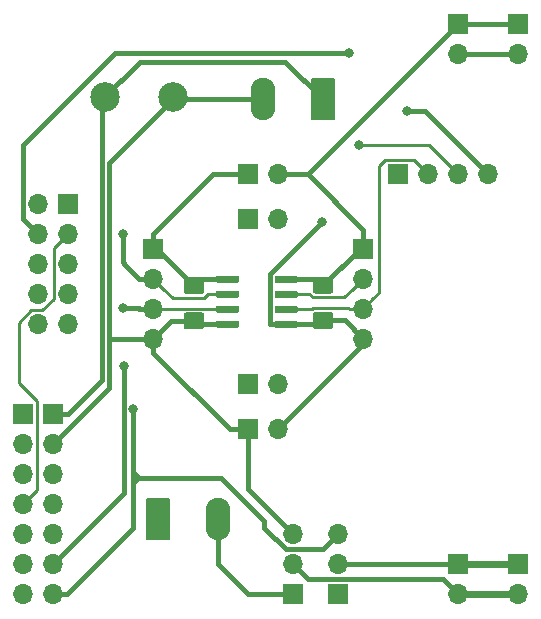
<source format=gbr>
G04 #@! TF.GenerationSoftware,KiCad,Pcbnew,(5.1.4)-1*
G04 #@! TF.CreationDate,2021-05-25T15:00:13+02:00*
G04 #@! TF.ProjectId,BCU_Breadboard_Adapter,4243555f-4272-4656-9164-626f6172645f,V00.01*
G04 #@! TF.SameCoordinates,Original*
G04 #@! TF.FileFunction,Copper,L1,Top*
G04 #@! TF.FilePolarity,Positive*
%FSLAX46Y46*%
G04 Gerber Fmt 4.6, Leading zero omitted, Abs format (unit mm)*
G04 Created by KiCad (PCBNEW (5.1.4)-1) date 2021-05-25 15:00:13*
%MOMM*%
%LPD*%
G04 APERTURE LIST*
%ADD10C,2.500000*%
%ADD11C,0.100000*%
%ADD12C,0.600000*%
%ADD13O,1.700000X1.700000*%
%ADD14R,1.700000X1.700000*%
%ADD15O,2.080000X3.600000*%
%ADD16C,2.080000*%
%ADD17C,1.425000*%
%ADD18C,0.800000*%
%ADD19C,0.400000*%
%ADD20C,0.250000*%
%ADD21C,0.600000*%
G04 APERTURE END LIST*
D10*
X133314440Y-87482680D03*
X127564440Y-87482680D03*
D11*
G36*
X143776703Y-102570722D02*
G01*
X143791264Y-102572882D01*
X143805543Y-102576459D01*
X143819403Y-102581418D01*
X143832710Y-102587712D01*
X143845336Y-102595280D01*
X143857159Y-102604048D01*
X143868066Y-102613934D01*
X143877952Y-102624841D01*
X143886720Y-102636664D01*
X143894288Y-102649290D01*
X143900582Y-102662597D01*
X143905541Y-102676457D01*
X143909118Y-102690736D01*
X143911278Y-102705297D01*
X143912000Y-102720000D01*
X143912000Y-103020000D01*
X143911278Y-103034703D01*
X143909118Y-103049264D01*
X143905541Y-103063543D01*
X143900582Y-103077403D01*
X143894288Y-103090710D01*
X143886720Y-103103336D01*
X143877952Y-103115159D01*
X143868066Y-103126066D01*
X143857159Y-103135952D01*
X143845336Y-103144720D01*
X143832710Y-103152288D01*
X143819403Y-103158582D01*
X143805543Y-103163541D01*
X143791264Y-103167118D01*
X143776703Y-103169278D01*
X143762000Y-103170000D01*
X142112000Y-103170000D01*
X142097297Y-103169278D01*
X142082736Y-103167118D01*
X142068457Y-103163541D01*
X142054597Y-103158582D01*
X142041290Y-103152288D01*
X142028664Y-103144720D01*
X142016841Y-103135952D01*
X142005934Y-103126066D01*
X141996048Y-103115159D01*
X141987280Y-103103336D01*
X141979712Y-103090710D01*
X141973418Y-103077403D01*
X141968459Y-103063543D01*
X141964882Y-103049264D01*
X141962722Y-103034703D01*
X141962000Y-103020000D01*
X141962000Y-102720000D01*
X141962722Y-102705297D01*
X141964882Y-102690736D01*
X141968459Y-102676457D01*
X141973418Y-102662597D01*
X141979712Y-102649290D01*
X141987280Y-102636664D01*
X141996048Y-102624841D01*
X142005934Y-102613934D01*
X142016841Y-102604048D01*
X142028664Y-102595280D01*
X142041290Y-102587712D01*
X142054597Y-102581418D01*
X142068457Y-102576459D01*
X142082736Y-102572882D01*
X142097297Y-102570722D01*
X142112000Y-102570000D01*
X143762000Y-102570000D01*
X143776703Y-102570722D01*
X143776703Y-102570722D01*
G37*
D12*
X142937000Y-102870000D03*
D11*
G36*
X143776703Y-103840722D02*
G01*
X143791264Y-103842882D01*
X143805543Y-103846459D01*
X143819403Y-103851418D01*
X143832710Y-103857712D01*
X143845336Y-103865280D01*
X143857159Y-103874048D01*
X143868066Y-103883934D01*
X143877952Y-103894841D01*
X143886720Y-103906664D01*
X143894288Y-103919290D01*
X143900582Y-103932597D01*
X143905541Y-103946457D01*
X143909118Y-103960736D01*
X143911278Y-103975297D01*
X143912000Y-103990000D01*
X143912000Y-104290000D01*
X143911278Y-104304703D01*
X143909118Y-104319264D01*
X143905541Y-104333543D01*
X143900582Y-104347403D01*
X143894288Y-104360710D01*
X143886720Y-104373336D01*
X143877952Y-104385159D01*
X143868066Y-104396066D01*
X143857159Y-104405952D01*
X143845336Y-104414720D01*
X143832710Y-104422288D01*
X143819403Y-104428582D01*
X143805543Y-104433541D01*
X143791264Y-104437118D01*
X143776703Y-104439278D01*
X143762000Y-104440000D01*
X142112000Y-104440000D01*
X142097297Y-104439278D01*
X142082736Y-104437118D01*
X142068457Y-104433541D01*
X142054597Y-104428582D01*
X142041290Y-104422288D01*
X142028664Y-104414720D01*
X142016841Y-104405952D01*
X142005934Y-104396066D01*
X141996048Y-104385159D01*
X141987280Y-104373336D01*
X141979712Y-104360710D01*
X141973418Y-104347403D01*
X141968459Y-104333543D01*
X141964882Y-104319264D01*
X141962722Y-104304703D01*
X141962000Y-104290000D01*
X141962000Y-103990000D01*
X141962722Y-103975297D01*
X141964882Y-103960736D01*
X141968459Y-103946457D01*
X141973418Y-103932597D01*
X141979712Y-103919290D01*
X141987280Y-103906664D01*
X141996048Y-103894841D01*
X142005934Y-103883934D01*
X142016841Y-103874048D01*
X142028664Y-103865280D01*
X142041290Y-103857712D01*
X142054597Y-103851418D01*
X142068457Y-103846459D01*
X142082736Y-103842882D01*
X142097297Y-103840722D01*
X142112000Y-103840000D01*
X143762000Y-103840000D01*
X143776703Y-103840722D01*
X143776703Y-103840722D01*
G37*
D12*
X142937000Y-104140000D03*
D11*
G36*
X143776703Y-105110722D02*
G01*
X143791264Y-105112882D01*
X143805543Y-105116459D01*
X143819403Y-105121418D01*
X143832710Y-105127712D01*
X143845336Y-105135280D01*
X143857159Y-105144048D01*
X143868066Y-105153934D01*
X143877952Y-105164841D01*
X143886720Y-105176664D01*
X143894288Y-105189290D01*
X143900582Y-105202597D01*
X143905541Y-105216457D01*
X143909118Y-105230736D01*
X143911278Y-105245297D01*
X143912000Y-105260000D01*
X143912000Y-105560000D01*
X143911278Y-105574703D01*
X143909118Y-105589264D01*
X143905541Y-105603543D01*
X143900582Y-105617403D01*
X143894288Y-105630710D01*
X143886720Y-105643336D01*
X143877952Y-105655159D01*
X143868066Y-105666066D01*
X143857159Y-105675952D01*
X143845336Y-105684720D01*
X143832710Y-105692288D01*
X143819403Y-105698582D01*
X143805543Y-105703541D01*
X143791264Y-105707118D01*
X143776703Y-105709278D01*
X143762000Y-105710000D01*
X142112000Y-105710000D01*
X142097297Y-105709278D01*
X142082736Y-105707118D01*
X142068457Y-105703541D01*
X142054597Y-105698582D01*
X142041290Y-105692288D01*
X142028664Y-105684720D01*
X142016841Y-105675952D01*
X142005934Y-105666066D01*
X141996048Y-105655159D01*
X141987280Y-105643336D01*
X141979712Y-105630710D01*
X141973418Y-105617403D01*
X141968459Y-105603543D01*
X141964882Y-105589264D01*
X141962722Y-105574703D01*
X141962000Y-105560000D01*
X141962000Y-105260000D01*
X141962722Y-105245297D01*
X141964882Y-105230736D01*
X141968459Y-105216457D01*
X141973418Y-105202597D01*
X141979712Y-105189290D01*
X141987280Y-105176664D01*
X141996048Y-105164841D01*
X142005934Y-105153934D01*
X142016841Y-105144048D01*
X142028664Y-105135280D01*
X142041290Y-105127712D01*
X142054597Y-105121418D01*
X142068457Y-105116459D01*
X142082736Y-105112882D01*
X142097297Y-105110722D01*
X142112000Y-105110000D01*
X143762000Y-105110000D01*
X143776703Y-105110722D01*
X143776703Y-105110722D01*
G37*
D12*
X142937000Y-105410000D03*
D11*
G36*
X143776703Y-106380722D02*
G01*
X143791264Y-106382882D01*
X143805543Y-106386459D01*
X143819403Y-106391418D01*
X143832710Y-106397712D01*
X143845336Y-106405280D01*
X143857159Y-106414048D01*
X143868066Y-106423934D01*
X143877952Y-106434841D01*
X143886720Y-106446664D01*
X143894288Y-106459290D01*
X143900582Y-106472597D01*
X143905541Y-106486457D01*
X143909118Y-106500736D01*
X143911278Y-106515297D01*
X143912000Y-106530000D01*
X143912000Y-106830000D01*
X143911278Y-106844703D01*
X143909118Y-106859264D01*
X143905541Y-106873543D01*
X143900582Y-106887403D01*
X143894288Y-106900710D01*
X143886720Y-106913336D01*
X143877952Y-106925159D01*
X143868066Y-106936066D01*
X143857159Y-106945952D01*
X143845336Y-106954720D01*
X143832710Y-106962288D01*
X143819403Y-106968582D01*
X143805543Y-106973541D01*
X143791264Y-106977118D01*
X143776703Y-106979278D01*
X143762000Y-106980000D01*
X142112000Y-106980000D01*
X142097297Y-106979278D01*
X142082736Y-106977118D01*
X142068457Y-106973541D01*
X142054597Y-106968582D01*
X142041290Y-106962288D01*
X142028664Y-106954720D01*
X142016841Y-106945952D01*
X142005934Y-106936066D01*
X141996048Y-106925159D01*
X141987280Y-106913336D01*
X141979712Y-106900710D01*
X141973418Y-106887403D01*
X141968459Y-106873543D01*
X141964882Y-106859264D01*
X141962722Y-106844703D01*
X141962000Y-106830000D01*
X141962000Y-106530000D01*
X141962722Y-106515297D01*
X141964882Y-106500736D01*
X141968459Y-106486457D01*
X141973418Y-106472597D01*
X141979712Y-106459290D01*
X141987280Y-106446664D01*
X141996048Y-106434841D01*
X142005934Y-106423934D01*
X142016841Y-106414048D01*
X142028664Y-106405280D01*
X142041290Y-106397712D01*
X142054597Y-106391418D01*
X142068457Y-106386459D01*
X142082736Y-106382882D01*
X142097297Y-106380722D01*
X142112000Y-106380000D01*
X143762000Y-106380000D01*
X143776703Y-106380722D01*
X143776703Y-106380722D01*
G37*
D12*
X142937000Y-106680000D03*
D11*
G36*
X138826703Y-106380722D02*
G01*
X138841264Y-106382882D01*
X138855543Y-106386459D01*
X138869403Y-106391418D01*
X138882710Y-106397712D01*
X138895336Y-106405280D01*
X138907159Y-106414048D01*
X138918066Y-106423934D01*
X138927952Y-106434841D01*
X138936720Y-106446664D01*
X138944288Y-106459290D01*
X138950582Y-106472597D01*
X138955541Y-106486457D01*
X138959118Y-106500736D01*
X138961278Y-106515297D01*
X138962000Y-106530000D01*
X138962000Y-106830000D01*
X138961278Y-106844703D01*
X138959118Y-106859264D01*
X138955541Y-106873543D01*
X138950582Y-106887403D01*
X138944288Y-106900710D01*
X138936720Y-106913336D01*
X138927952Y-106925159D01*
X138918066Y-106936066D01*
X138907159Y-106945952D01*
X138895336Y-106954720D01*
X138882710Y-106962288D01*
X138869403Y-106968582D01*
X138855543Y-106973541D01*
X138841264Y-106977118D01*
X138826703Y-106979278D01*
X138812000Y-106980000D01*
X137162000Y-106980000D01*
X137147297Y-106979278D01*
X137132736Y-106977118D01*
X137118457Y-106973541D01*
X137104597Y-106968582D01*
X137091290Y-106962288D01*
X137078664Y-106954720D01*
X137066841Y-106945952D01*
X137055934Y-106936066D01*
X137046048Y-106925159D01*
X137037280Y-106913336D01*
X137029712Y-106900710D01*
X137023418Y-106887403D01*
X137018459Y-106873543D01*
X137014882Y-106859264D01*
X137012722Y-106844703D01*
X137012000Y-106830000D01*
X137012000Y-106530000D01*
X137012722Y-106515297D01*
X137014882Y-106500736D01*
X137018459Y-106486457D01*
X137023418Y-106472597D01*
X137029712Y-106459290D01*
X137037280Y-106446664D01*
X137046048Y-106434841D01*
X137055934Y-106423934D01*
X137066841Y-106414048D01*
X137078664Y-106405280D01*
X137091290Y-106397712D01*
X137104597Y-106391418D01*
X137118457Y-106386459D01*
X137132736Y-106382882D01*
X137147297Y-106380722D01*
X137162000Y-106380000D01*
X138812000Y-106380000D01*
X138826703Y-106380722D01*
X138826703Y-106380722D01*
G37*
D12*
X137987000Y-106680000D03*
D11*
G36*
X138826703Y-105110722D02*
G01*
X138841264Y-105112882D01*
X138855543Y-105116459D01*
X138869403Y-105121418D01*
X138882710Y-105127712D01*
X138895336Y-105135280D01*
X138907159Y-105144048D01*
X138918066Y-105153934D01*
X138927952Y-105164841D01*
X138936720Y-105176664D01*
X138944288Y-105189290D01*
X138950582Y-105202597D01*
X138955541Y-105216457D01*
X138959118Y-105230736D01*
X138961278Y-105245297D01*
X138962000Y-105260000D01*
X138962000Y-105560000D01*
X138961278Y-105574703D01*
X138959118Y-105589264D01*
X138955541Y-105603543D01*
X138950582Y-105617403D01*
X138944288Y-105630710D01*
X138936720Y-105643336D01*
X138927952Y-105655159D01*
X138918066Y-105666066D01*
X138907159Y-105675952D01*
X138895336Y-105684720D01*
X138882710Y-105692288D01*
X138869403Y-105698582D01*
X138855543Y-105703541D01*
X138841264Y-105707118D01*
X138826703Y-105709278D01*
X138812000Y-105710000D01*
X137162000Y-105710000D01*
X137147297Y-105709278D01*
X137132736Y-105707118D01*
X137118457Y-105703541D01*
X137104597Y-105698582D01*
X137091290Y-105692288D01*
X137078664Y-105684720D01*
X137066841Y-105675952D01*
X137055934Y-105666066D01*
X137046048Y-105655159D01*
X137037280Y-105643336D01*
X137029712Y-105630710D01*
X137023418Y-105617403D01*
X137018459Y-105603543D01*
X137014882Y-105589264D01*
X137012722Y-105574703D01*
X137012000Y-105560000D01*
X137012000Y-105260000D01*
X137012722Y-105245297D01*
X137014882Y-105230736D01*
X137018459Y-105216457D01*
X137023418Y-105202597D01*
X137029712Y-105189290D01*
X137037280Y-105176664D01*
X137046048Y-105164841D01*
X137055934Y-105153934D01*
X137066841Y-105144048D01*
X137078664Y-105135280D01*
X137091290Y-105127712D01*
X137104597Y-105121418D01*
X137118457Y-105116459D01*
X137132736Y-105112882D01*
X137147297Y-105110722D01*
X137162000Y-105110000D01*
X138812000Y-105110000D01*
X138826703Y-105110722D01*
X138826703Y-105110722D01*
G37*
D12*
X137987000Y-105410000D03*
D11*
G36*
X138826703Y-103840722D02*
G01*
X138841264Y-103842882D01*
X138855543Y-103846459D01*
X138869403Y-103851418D01*
X138882710Y-103857712D01*
X138895336Y-103865280D01*
X138907159Y-103874048D01*
X138918066Y-103883934D01*
X138927952Y-103894841D01*
X138936720Y-103906664D01*
X138944288Y-103919290D01*
X138950582Y-103932597D01*
X138955541Y-103946457D01*
X138959118Y-103960736D01*
X138961278Y-103975297D01*
X138962000Y-103990000D01*
X138962000Y-104290000D01*
X138961278Y-104304703D01*
X138959118Y-104319264D01*
X138955541Y-104333543D01*
X138950582Y-104347403D01*
X138944288Y-104360710D01*
X138936720Y-104373336D01*
X138927952Y-104385159D01*
X138918066Y-104396066D01*
X138907159Y-104405952D01*
X138895336Y-104414720D01*
X138882710Y-104422288D01*
X138869403Y-104428582D01*
X138855543Y-104433541D01*
X138841264Y-104437118D01*
X138826703Y-104439278D01*
X138812000Y-104440000D01*
X137162000Y-104440000D01*
X137147297Y-104439278D01*
X137132736Y-104437118D01*
X137118457Y-104433541D01*
X137104597Y-104428582D01*
X137091290Y-104422288D01*
X137078664Y-104414720D01*
X137066841Y-104405952D01*
X137055934Y-104396066D01*
X137046048Y-104385159D01*
X137037280Y-104373336D01*
X137029712Y-104360710D01*
X137023418Y-104347403D01*
X137018459Y-104333543D01*
X137014882Y-104319264D01*
X137012722Y-104304703D01*
X137012000Y-104290000D01*
X137012000Y-103990000D01*
X137012722Y-103975297D01*
X137014882Y-103960736D01*
X137018459Y-103946457D01*
X137023418Y-103932597D01*
X137029712Y-103919290D01*
X137037280Y-103906664D01*
X137046048Y-103894841D01*
X137055934Y-103883934D01*
X137066841Y-103874048D01*
X137078664Y-103865280D01*
X137091290Y-103857712D01*
X137104597Y-103851418D01*
X137118457Y-103846459D01*
X137132736Y-103842882D01*
X137147297Y-103840722D01*
X137162000Y-103840000D01*
X138812000Y-103840000D01*
X138826703Y-103840722D01*
X138826703Y-103840722D01*
G37*
D12*
X137987000Y-104140000D03*
D11*
G36*
X138826703Y-102570722D02*
G01*
X138841264Y-102572882D01*
X138855543Y-102576459D01*
X138869403Y-102581418D01*
X138882710Y-102587712D01*
X138895336Y-102595280D01*
X138907159Y-102604048D01*
X138918066Y-102613934D01*
X138927952Y-102624841D01*
X138936720Y-102636664D01*
X138944288Y-102649290D01*
X138950582Y-102662597D01*
X138955541Y-102676457D01*
X138959118Y-102690736D01*
X138961278Y-102705297D01*
X138962000Y-102720000D01*
X138962000Y-103020000D01*
X138961278Y-103034703D01*
X138959118Y-103049264D01*
X138955541Y-103063543D01*
X138950582Y-103077403D01*
X138944288Y-103090710D01*
X138936720Y-103103336D01*
X138927952Y-103115159D01*
X138918066Y-103126066D01*
X138907159Y-103135952D01*
X138895336Y-103144720D01*
X138882710Y-103152288D01*
X138869403Y-103158582D01*
X138855543Y-103163541D01*
X138841264Y-103167118D01*
X138826703Y-103169278D01*
X138812000Y-103170000D01*
X137162000Y-103170000D01*
X137147297Y-103169278D01*
X137132736Y-103167118D01*
X137118457Y-103163541D01*
X137104597Y-103158582D01*
X137091290Y-103152288D01*
X137078664Y-103144720D01*
X137066841Y-103135952D01*
X137055934Y-103126066D01*
X137046048Y-103115159D01*
X137037280Y-103103336D01*
X137029712Y-103090710D01*
X137023418Y-103077403D01*
X137018459Y-103063543D01*
X137014882Y-103049264D01*
X137012722Y-103034703D01*
X137012000Y-103020000D01*
X137012000Y-102720000D01*
X137012722Y-102705297D01*
X137014882Y-102690736D01*
X137018459Y-102676457D01*
X137023418Y-102662597D01*
X137029712Y-102649290D01*
X137037280Y-102636664D01*
X137046048Y-102624841D01*
X137055934Y-102613934D01*
X137066841Y-102604048D01*
X137078664Y-102595280D01*
X137091290Y-102587712D01*
X137104597Y-102581418D01*
X137118457Y-102576459D01*
X137132736Y-102572882D01*
X137147297Y-102570722D01*
X137162000Y-102570000D01*
X138812000Y-102570000D01*
X138826703Y-102570722D01*
X138826703Y-102570722D01*
G37*
D12*
X137987000Y-102870000D03*
D13*
X131693920Y-107891580D03*
X131693920Y-105351580D03*
X131693920Y-102811580D03*
D14*
X131693920Y-100271580D03*
D13*
X149473920Y-107891580D03*
X149473920Y-105351580D03*
X149473920Y-102811580D03*
D14*
X149473920Y-100271580D03*
D13*
X162560000Y-83820000D03*
D14*
X162560000Y-81280000D03*
D13*
X162560000Y-129540000D03*
D14*
X162560000Y-127000000D03*
D13*
X120650000Y-129540000D03*
X120650000Y-127000000D03*
X120650000Y-124460000D03*
X120650000Y-121920000D03*
X120650000Y-119380000D03*
X120650000Y-116840000D03*
D14*
X120650000Y-114300000D03*
D13*
X121920000Y-96520000D03*
X121920000Y-99060000D03*
X121920000Y-101600000D03*
X121920000Y-104140000D03*
X121920000Y-106680000D03*
X124460000Y-106680000D03*
X124460000Y-104140000D03*
X124460000Y-101600000D03*
X124460000Y-99060000D03*
D14*
X124460000Y-96520000D03*
D13*
X143510000Y-124460000D03*
X143510000Y-127000000D03*
D14*
X143510000Y-129540000D03*
D13*
X147320000Y-124460000D03*
X147320000Y-127000000D03*
D14*
X147320000Y-129540000D03*
D13*
X142240000Y-115570000D03*
D14*
X139700000Y-115570000D03*
D13*
X142240000Y-111760000D03*
D14*
X139700000Y-111760000D03*
D13*
X142240000Y-97790000D03*
D14*
X139700000Y-97790000D03*
D13*
X142240000Y-93980000D03*
D14*
X139700000Y-93980000D03*
D13*
X160020000Y-93980000D03*
X157480000Y-93980000D03*
X154940000Y-93980000D03*
D14*
X152400000Y-93980000D03*
D13*
X157480000Y-83820000D03*
D14*
X157480000Y-81280000D03*
D13*
X157480000Y-129540000D03*
D14*
X157480000Y-127000000D03*
D15*
X137160000Y-123190000D03*
D11*
G36*
X132894505Y-121391204D02*
G01*
X132918773Y-121394804D01*
X132942572Y-121400765D01*
X132965671Y-121409030D01*
X132987850Y-121419520D01*
X133008893Y-121432132D01*
X133028599Y-121446747D01*
X133046777Y-121463223D01*
X133063253Y-121481401D01*
X133077868Y-121501107D01*
X133090480Y-121522150D01*
X133100970Y-121544329D01*
X133109235Y-121567428D01*
X133115196Y-121591227D01*
X133118796Y-121615495D01*
X133120000Y-121639999D01*
X133120000Y-124740001D01*
X133118796Y-124764505D01*
X133115196Y-124788773D01*
X133109235Y-124812572D01*
X133100970Y-124835671D01*
X133090480Y-124857850D01*
X133077868Y-124878893D01*
X133063253Y-124898599D01*
X133046777Y-124916777D01*
X133028599Y-124933253D01*
X133008893Y-124947868D01*
X132987850Y-124960480D01*
X132965671Y-124970970D01*
X132942572Y-124979235D01*
X132918773Y-124985196D01*
X132894505Y-124988796D01*
X132870001Y-124990000D01*
X131289999Y-124990000D01*
X131265495Y-124988796D01*
X131241227Y-124985196D01*
X131217428Y-124979235D01*
X131194329Y-124970970D01*
X131172150Y-124960480D01*
X131151107Y-124947868D01*
X131131401Y-124933253D01*
X131113223Y-124916777D01*
X131096747Y-124898599D01*
X131082132Y-124878893D01*
X131069520Y-124857850D01*
X131059030Y-124835671D01*
X131050765Y-124812572D01*
X131044804Y-124788773D01*
X131041204Y-124764505D01*
X131040000Y-124740001D01*
X131040000Y-121639999D01*
X131041204Y-121615495D01*
X131044804Y-121591227D01*
X131050765Y-121567428D01*
X131059030Y-121544329D01*
X131069520Y-121522150D01*
X131082132Y-121501107D01*
X131096747Y-121481401D01*
X131113223Y-121463223D01*
X131131401Y-121446747D01*
X131151107Y-121432132D01*
X131172150Y-121419520D01*
X131194329Y-121409030D01*
X131217428Y-121400765D01*
X131241227Y-121394804D01*
X131265495Y-121391204D01*
X131289999Y-121390000D01*
X132870001Y-121390000D01*
X132894505Y-121391204D01*
X132894505Y-121391204D01*
G37*
D16*
X132080000Y-123190000D03*
D15*
X140970000Y-87630000D03*
D11*
G36*
X146864505Y-85831204D02*
G01*
X146888773Y-85834804D01*
X146912572Y-85840765D01*
X146935671Y-85849030D01*
X146957850Y-85859520D01*
X146978893Y-85872132D01*
X146998599Y-85886747D01*
X147016777Y-85903223D01*
X147033253Y-85921401D01*
X147047868Y-85941107D01*
X147060480Y-85962150D01*
X147070970Y-85984329D01*
X147079235Y-86007428D01*
X147085196Y-86031227D01*
X147088796Y-86055495D01*
X147090000Y-86079999D01*
X147090000Y-89180001D01*
X147088796Y-89204505D01*
X147085196Y-89228773D01*
X147079235Y-89252572D01*
X147070970Y-89275671D01*
X147060480Y-89297850D01*
X147047868Y-89318893D01*
X147033253Y-89338599D01*
X147016777Y-89356777D01*
X146998599Y-89373253D01*
X146978893Y-89387868D01*
X146957850Y-89400480D01*
X146935671Y-89410970D01*
X146912572Y-89419235D01*
X146888773Y-89425196D01*
X146864505Y-89428796D01*
X146840001Y-89430000D01*
X145259999Y-89430000D01*
X145235495Y-89428796D01*
X145211227Y-89425196D01*
X145187428Y-89419235D01*
X145164329Y-89410970D01*
X145142150Y-89400480D01*
X145121107Y-89387868D01*
X145101401Y-89373253D01*
X145083223Y-89356777D01*
X145066747Y-89338599D01*
X145052132Y-89318893D01*
X145039520Y-89297850D01*
X145029030Y-89275671D01*
X145020765Y-89252572D01*
X145014804Y-89228773D01*
X145011204Y-89204505D01*
X145010000Y-89180001D01*
X145010000Y-86079999D01*
X145011204Y-86055495D01*
X145014804Y-86031227D01*
X145020765Y-86007428D01*
X145029030Y-85984329D01*
X145039520Y-85962150D01*
X145052132Y-85941107D01*
X145066747Y-85921401D01*
X145083223Y-85903223D01*
X145101401Y-85886747D01*
X145121107Y-85872132D01*
X145142150Y-85859520D01*
X145164329Y-85849030D01*
X145187428Y-85840765D01*
X145211227Y-85834804D01*
X145235495Y-85831204D01*
X145259999Y-85830000D01*
X146840001Y-85830000D01*
X146864505Y-85831204D01*
X146864505Y-85831204D01*
G37*
D16*
X146050000Y-87630000D03*
D13*
X123190000Y-129540000D03*
X123190000Y-127000000D03*
X123190000Y-124460000D03*
X123190000Y-121920000D03*
X123190000Y-119380000D03*
X123190000Y-116840000D03*
D14*
X123190000Y-114300000D03*
D11*
G36*
X146699504Y-105641704D02*
G01*
X146723773Y-105645304D01*
X146747571Y-105651265D01*
X146770671Y-105659530D01*
X146792849Y-105670020D01*
X146813893Y-105682633D01*
X146833598Y-105697247D01*
X146851777Y-105713723D01*
X146868253Y-105731902D01*
X146882867Y-105751607D01*
X146895480Y-105772651D01*
X146905970Y-105794829D01*
X146914235Y-105817929D01*
X146920196Y-105841727D01*
X146923796Y-105865996D01*
X146925000Y-105890500D01*
X146925000Y-106815500D01*
X146923796Y-106840004D01*
X146920196Y-106864273D01*
X146914235Y-106888071D01*
X146905970Y-106911171D01*
X146895480Y-106933349D01*
X146882867Y-106954393D01*
X146868253Y-106974098D01*
X146851777Y-106992277D01*
X146833598Y-107008753D01*
X146813893Y-107023367D01*
X146792849Y-107035980D01*
X146770671Y-107046470D01*
X146747571Y-107054735D01*
X146723773Y-107060696D01*
X146699504Y-107064296D01*
X146675000Y-107065500D01*
X145425000Y-107065500D01*
X145400496Y-107064296D01*
X145376227Y-107060696D01*
X145352429Y-107054735D01*
X145329329Y-107046470D01*
X145307151Y-107035980D01*
X145286107Y-107023367D01*
X145266402Y-107008753D01*
X145248223Y-106992277D01*
X145231747Y-106974098D01*
X145217133Y-106954393D01*
X145204520Y-106933349D01*
X145194030Y-106911171D01*
X145185765Y-106888071D01*
X145179804Y-106864273D01*
X145176204Y-106840004D01*
X145175000Y-106815500D01*
X145175000Y-105890500D01*
X145176204Y-105865996D01*
X145179804Y-105841727D01*
X145185765Y-105817929D01*
X145194030Y-105794829D01*
X145204520Y-105772651D01*
X145217133Y-105751607D01*
X145231747Y-105731902D01*
X145248223Y-105713723D01*
X145266402Y-105697247D01*
X145286107Y-105682633D01*
X145307151Y-105670020D01*
X145329329Y-105659530D01*
X145352429Y-105651265D01*
X145376227Y-105645304D01*
X145400496Y-105641704D01*
X145425000Y-105640500D01*
X146675000Y-105640500D01*
X146699504Y-105641704D01*
X146699504Y-105641704D01*
G37*
D17*
X146050000Y-106353000D03*
D11*
G36*
X146699504Y-102666704D02*
G01*
X146723773Y-102670304D01*
X146747571Y-102676265D01*
X146770671Y-102684530D01*
X146792849Y-102695020D01*
X146813893Y-102707633D01*
X146833598Y-102722247D01*
X146851777Y-102738723D01*
X146868253Y-102756902D01*
X146882867Y-102776607D01*
X146895480Y-102797651D01*
X146905970Y-102819829D01*
X146914235Y-102842929D01*
X146920196Y-102866727D01*
X146923796Y-102890996D01*
X146925000Y-102915500D01*
X146925000Y-103840500D01*
X146923796Y-103865004D01*
X146920196Y-103889273D01*
X146914235Y-103913071D01*
X146905970Y-103936171D01*
X146895480Y-103958349D01*
X146882867Y-103979393D01*
X146868253Y-103999098D01*
X146851777Y-104017277D01*
X146833598Y-104033753D01*
X146813893Y-104048367D01*
X146792849Y-104060980D01*
X146770671Y-104071470D01*
X146747571Y-104079735D01*
X146723773Y-104085696D01*
X146699504Y-104089296D01*
X146675000Y-104090500D01*
X145425000Y-104090500D01*
X145400496Y-104089296D01*
X145376227Y-104085696D01*
X145352429Y-104079735D01*
X145329329Y-104071470D01*
X145307151Y-104060980D01*
X145286107Y-104048367D01*
X145266402Y-104033753D01*
X145248223Y-104017277D01*
X145231747Y-103999098D01*
X145217133Y-103979393D01*
X145204520Y-103958349D01*
X145194030Y-103936171D01*
X145185765Y-103913071D01*
X145179804Y-103889273D01*
X145176204Y-103865004D01*
X145175000Y-103840500D01*
X145175000Y-102915500D01*
X145176204Y-102890996D01*
X145179804Y-102866727D01*
X145185765Y-102842929D01*
X145194030Y-102819829D01*
X145204520Y-102797651D01*
X145217133Y-102776607D01*
X145231747Y-102756902D01*
X145248223Y-102738723D01*
X145266402Y-102722247D01*
X145286107Y-102707633D01*
X145307151Y-102695020D01*
X145329329Y-102684530D01*
X145352429Y-102676265D01*
X145376227Y-102670304D01*
X145400496Y-102666704D01*
X145425000Y-102665500D01*
X146675000Y-102665500D01*
X146699504Y-102666704D01*
X146699504Y-102666704D01*
G37*
D17*
X146050000Y-103378000D03*
D11*
G36*
X135777504Y-105678204D02*
G01*
X135801773Y-105681804D01*
X135825571Y-105687765D01*
X135848671Y-105696030D01*
X135870849Y-105706520D01*
X135891893Y-105719133D01*
X135911598Y-105733747D01*
X135929777Y-105750223D01*
X135946253Y-105768402D01*
X135960867Y-105788107D01*
X135973480Y-105809151D01*
X135983970Y-105831329D01*
X135992235Y-105854429D01*
X135998196Y-105878227D01*
X136001796Y-105902496D01*
X136003000Y-105927000D01*
X136003000Y-106852000D01*
X136001796Y-106876504D01*
X135998196Y-106900773D01*
X135992235Y-106924571D01*
X135983970Y-106947671D01*
X135973480Y-106969849D01*
X135960867Y-106990893D01*
X135946253Y-107010598D01*
X135929777Y-107028777D01*
X135911598Y-107045253D01*
X135891893Y-107059867D01*
X135870849Y-107072480D01*
X135848671Y-107082970D01*
X135825571Y-107091235D01*
X135801773Y-107097196D01*
X135777504Y-107100796D01*
X135753000Y-107102000D01*
X134503000Y-107102000D01*
X134478496Y-107100796D01*
X134454227Y-107097196D01*
X134430429Y-107091235D01*
X134407329Y-107082970D01*
X134385151Y-107072480D01*
X134364107Y-107059867D01*
X134344402Y-107045253D01*
X134326223Y-107028777D01*
X134309747Y-107010598D01*
X134295133Y-106990893D01*
X134282520Y-106969849D01*
X134272030Y-106947671D01*
X134263765Y-106924571D01*
X134257804Y-106900773D01*
X134254204Y-106876504D01*
X134253000Y-106852000D01*
X134253000Y-105927000D01*
X134254204Y-105902496D01*
X134257804Y-105878227D01*
X134263765Y-105854429D01*
X134272030Y-105831329D01*
X134282520Y-105809151D01*
X134295133Y-105788107D01*
X134309747Y-105768402D01*
X134326223Y-105750223D01*
X134344402Y-105733747D01*
X134364107Y-105719133D01*
X134385151Y-105706520D01*
X134407329Y-105696030D01*
X134430429Y-105687765D01*
X134454227Y-105681804D01*
X134478496Y-105678204D01*
X134503000Y-105677000D01*
X135753000Y-105677000D01*
X135777504Y-105678204D01*
X135777504Y-105678204D01*
G37*
D17*
X135128000Y-106389500D03*
D11*
G36*
X135777504Y-102703204D02*
G01*
X135801773Y-102706804D01*
X135825571Y-102712765D01*
X135848671Y-102721030D01*
X135870849Y-102731520D01*
X135891893Y-102744133D01*
X135911598Y-102758747D01*
X135929777Y-102775223D01*
X135946253Y-102793402D01*
X135960867Y-102813107D01*
X135973480Y-102834151D01*
X135983970Y-102856329D01*
X135992235Y-102879429D01*
X135998196Y-102903227D01*
X136001796Y-102927496D01*
X136003000Y-102952000D01*
X136003000Y-103877000D01*
X136001796Y-103901504D01*
X135998196Y-103925773D01*
X135992235Y-103949571D01*
X135983970Y-103972671D01*
X135973480Y-103994849D01*
X135960867Y-104015893D01*
X135946253Y-104035598D01*
X135929777Y-104053777D01*
X135911598Y-104070253D01*
X135891893Y-104084867D01*
X135870849Y-104097480D01*
X135848671Y-104107970D01*
X135825571Y-104116235D01*
X135801773Y-104122196D01*
X135777504Y-104125796D01*
X135753000Y-104127000D01*
X134503000Y-104127000D01*
X134478496Y-104125796D01*
X134454227Y-104122196D01*
X134430429Y-104116235D01*
X134407329Y-104107970D01*
X134385151Y-104097480D01*
X134364107Y-104084867D01*
X134344402Y-104070253D01*
X134326223Y-104053777D01*
X134309747Y-104035598D01*
X134295133Y-104015893D01*
X134282520Y-103994849D01*
X134272030Y-103972671D01*
X134263765Y-103949571D01*
X134257804Y-103925773D01*
X134254204Y-103901504D01*
X134253000Y-103877000D01*
X134253000Y-102952000D01*
X134254204Y-102927496D01*
X134257804Y-102903227D01*
X134263765Y-102879429D01*
X134272030Y-102856329D01*
X134282520Y-102834151D01*
X134295133Y-102813107D01*
X134309747Y-102793402D01*
X134326223Y-102775223D01*
X134344402Y-102758747D01*
X134364107Y-102744133D01*
X134385151Y-102731520D01*
X134407329Y-102721030D01*
X134430429Y-102712765D01*
X134454227Y-102706804D01*
X134478496Y-102703204D01*
X134503000Y-102702000D01*
X135753000Y-102702000D01*
X135777504Y-102703204D01*
X135777504Y-102703204D01*
G37*
D17*
X135128000Y-103414500D03*
D18*
X129189999Y-110185719D03*
X146009360Y-98054160D03*
X129990000Y-113850000D03*
X129098040Y-105349040D03*
X129092960Y-99060000D03*
X149087840Y-91516200D03*
X148260000Y-83740000D03*
X153170000Y-88650000D03*
X153170000Y-88650000D03*
D19*
X139530000Y-87630000D02*
X133350000Y-87630000D01*
X140970000Y-87630000D02*
X139530000Y-87630000D01*
X135418500Y-106680000D02*
X135128000Y-106389500D01*
X137987000Y-106680000D02*
X135418500Y-106680000D01*
X133196000Y-106389500D02*
X131693920Y-107891580D01*
X135128000Y-106389500D02*
X133196000Y-106389500D01*
X138450000Y-115570000D02*
X139700000Y-115570000D01*
X138170259Y-115570000D02*
X138450000Y-115570000D01*
X131693920Y-109093661D02*
X138170259Y-115570000D01*
X131693920Y-107891580D02*
X131693920Y-109093661D01*
X139700000Y-120650000D02*
X143510000Y-124460000D01*
X139700000Y-115570000D02*
X139700000Y-120650000D01*
X127950010Y-112079990D02*
X123190000Y-116840000D01*
X133350000Y-87630000D02*
X127950010Y-93029990D01*
X128059280Y-107891580D02*
X127950010Y-107782310D01*
X131693920Y-107891580D02*
X128059280Y-107891580D01*
X127950010Y-93029990D02*
X127950010Y-107782310D01*
X127950010Y-107782310D02*
X127950010Y-112079990D01*
X135672500Y-102870000D02*
X135128000Y-103414500D01*
X137987000Y-102870000D02*
X135672500Y-102870000D01*
X131985080Y-100271580D02*
X131693920Y-100271580D01*
X135128000Y-103414500D02*
X131985080Y-100271580D01*
X131693920Y-99021580D02*
X131693920Y-100271580D01*
X136735500Y-93980000D02*
X131693920Y-99021580D01*
X139700000Y-93980000D02*
X136735500Y-93980000D01*
X129189999Y-121000001D02*
X129189999Y-110185719D01*
X123190000Y-127000000D02*
X129189999Y-121000001D01*
X129189999Y-110185719D02*
X129189999Y-110185719D01*
X145723000Y-106680000D02*
X146050000Y-106353000D01*
X142937000Y-106680000D02*
X145723000Y-106680000D01*
X149473920Y-108336080D02*
X149473920Y-107891580D01*
X142240000Y-115570000D02*
X149473920Y-108336080D01*
X147935340Y-106353000D02*
X149473920Y-107891580D01*
X146050000Y-106353000D02*
X147935340Y-106353000D01*
X161357919Y-83820000D02*
X157480000Y-83820000D01*
X162560000Y-83820000D02*
X161357919Y-83820000D01*
X142937000Y-106680000D02*
X141862000Y-106680000D01*
X141862000Y-106680000D02*
X141589760Y-106680000D01*
X141561990Y-105787824D02*
X141561990Y-102445650D01*
X141589760Y-106680000D02*
X141589760Y-105815594D01*
X141589760Y-105815594D02*
X141561990Y-105787824D01*
X141561990Y-102445650D02*
X145999200Y-98008440D01*
X145542000Y-102870000D02*
X146050000Y-103378000D01*
X142937000Y-102870000D02*
X145542000Y-102870000D01*
X142240000Y-93980000D02*
X144780000Y-93980000D01*
X149473920Y-98673920D02*
X149473920Y-100271580D01*
X144780000Y-93980000D02*
X149473920Y-98673920D01*
X149156420Y-100271580D02*
X149473920Y-100271580D01*
X146050000Y-103378000D02*
X149156420Y-100271580D01*
X158730000Y-81280000D02*
X162560000Y-81280000D01*
X157480000Y-81280000D02*
X158730000Y-81280000D01*
X144780000Y-93980000D02*
X157480000Y-81280000D01*
X130444240Y-119689880D02*
X129990000Y-119235640D01*
X147320000Y-124460000D02*
X146069999Y-125710001D01*
X146069999Y-125710001D02*
X142909999Y-125710001D01*
X142909999Y-125710001D02*
X141099449Y-123899451D01*
X141099449Y-123899451D02*
X141099449Y-123365169D01*
X141099449Y-123365169D02*
X137424160Y-119689880D01*
X124392081Y-129540000D02*
X129990000Y-123942081D01*
X123190000Y-129540000D02*
X124392081Y-129540000D01*
X129990000Y-119235640D02*
X129990000Y-118767440D01*
X129990000Y-118767440D02*
X129990000Y-113850000D01*
X129997200Y-119689880D02*
X129990000Y-119682680D01*
X130830320Y-119689880D02*
X129997200Y-119689880D01*
X129990000Y-119682680D02*
X129990000Y-118767440D01*
X130830320Y-119689880D02*
X130444240Y-119689880D01*
X137424160Y-119689880D02*
X130830320Y-119689880D01*
X130383280Y-119689880D02*
X129990000Y-120083160D01*
X130444240Y-119689880D02*
X130383280Y-119689880D01*
X129990000Y-123942081D02*
X129990000Y-120083160D01*
X129990000Y-120083160D02*
X129990000Y-119682680D01*
D20*
X137928580Y-105351580D02*
X137987000Y-105410000D01*
X131693920Y-105351580D02*
X137928580Y-105351580D01*
D19*
X130491839Y-105351580D02*
X130489299Y-105349040D01*
X131693920Y-105351580D02*
X130491839Y-105351580D01*
X130489299Y-105349040D02*
X129098040Y-105349040D01*
X129098040Y-105349040D02*
X129098040Y-105349040D01*
D20*
X121355999Y-105504999D02*
X120294989Y-106566009D01*
X123284999Y-104514003D02*
X122294003Y-105504999D01*
X122294003Y-105504999D02*
X121355999Y-105504999D01*
X123284999Y-100235001D02*
X123284999Y-104514003D01*
X124460000Y-99060000D02*
X123284999Y-100235001D01*
X132543919Y-103661579D02*
X131693920Y-102811580D01*
X133334350Y-104452010D02*
X132543919Y-103661579D01*
X135991180Y-104452010D02*
X133334350Y-104452010D01*
X136303190Y-104140000D02*
X135991180Y-104452010D01*
X137987000Y-104140000D02*
X136303190Y-104140000D01*
D19*
X130491839Y-102811580D02*
X129321560Y-101641301D01*
X131693920Y-102811580D02*
X130491839Y-102811580D01*
X129092960Y-101412701D02*
X129092960Y-99060000D01*
X129321560Y-101641301D02*
X129092960Y-101412701D01*
D20*
X121499999Y-121070001D02*
X120650000Y-121920000D01*
X121825001Y-120744999D02*
X121499999Y-121070001D01*
X121825001Y-113189999D02*
X121825001Y-120744999D01*
X120294989Y-111659987D02*
X121825001Y-113189999D01*
X120294989Y-106566009D02*
X120294989Y-111659987D01*
X157480000Y-93980000D02*
X155016200Y-91516200D01*
X155016200Y-91516200D02*
X149087840Y-91516200D01*
X149087840Y-91516200D02*
X149087840Y-91516200D01*
D19*
X127350000Y-87630000D02*
X130525000Y-84455000D01*
X142875000Y-84455000D02*
X146050000Y-87630000D01*
X130525000Y-84455000D02*
X142875000Y-84455000D01*
X127350000Y-111390000D02*
X127350000Y-109991640D01*
X124440000Y-114300000D02*
X127350000Y-111390000D01*
X123190000Y-114300000D02*
X124440000Y-114300000D01*
X127350000Y-87630000D02*
X127350000Y-109991640D01*
X127350000Y-109991640D02*
X127350000Y-110120000D01*
X120669999Y-91497999D02*
X128427998Y-83740000D01*
X121920000Y-99060000D02*
X120669999Y-97809999D01*
X120669999Y-97809999D02*
X120669999Y-91497999D01*
X128427998Y-83740000D02*
X148260000Y-83740000D01*
X148260000Y-83740000D02*
X148260000Y-83740000D01*
X154690000Y-88650000D02*
X160020000Y-93980000D01*
X153170000Y-88650000D02*
X154690000Y-88650000D01*
X143510000Y-129540000D02*
X139700000Y-129540000D01*
X137160000Y-127000000D02*
X137160000Y-123190000D01*
X139700000Y-129540000D02*
X137160000Y-127000000D01*
X144359999Y-127849999D02*
X143510000Y-127000000D01*
X144760001Y-128250001D02*
X144359999Y-127849999D01*
X156190001Y-128250001D02*
X144760001Y-128250001D01*
X157480000Y-129540000D02*
X156190001Y-128250001D01*
D21*
X162560000Y-129540000D02*
X157480000Y-129540000D01*
X157480000Y-127000000D02*
X162560000Y-127000000D01*
D19*
X147320000Y-127000000D02*
X157480000Y-127000000D01*
D20*
X145092310Y-105410000D02*
X145186820Y-105315490D01*
X142937000Y-105410000D02*
X145092310Y-105410000D01*
X148271839Y-105351580D02*
X149473920Y-105351580D01*
X148235749Y-105315490D02*
X148271839Y-105351580D01*
X145186820Y-105315490D02*
X148235749Y-105315490D01*
X150323919Y-104501581D02*
X149473920Y-105351580D01*
X150779990Y-104045510D02*
X150323919Y-104501581D01*
X150779990Y-93315008D02*
X150779990Y-104045510D01*
X151289999Y-92804999D02*
X150779990Y-93315008D01*
X153764999Y-92804999D02*
X151289999Y-92804999D01*
X154940000Y-93980000D02*
X153764999Y-92804999D01*
X142937000Y-104140000D02*
X144780000Y-104140000D01*
X148623921Y-103661579D02*
X149473920Y-102811580D01*
X147869990Y-104415510D02*
X148623921Y-103661579D01*
X145186820Y-104415510D02*
X147869990Y-104415510D01*
X144911310Y-104140000D02*
X145186820Y-104415510D01*
X144780000Y-104140000D02*
X144911310Y-104140000D01*
M02*

</source>
